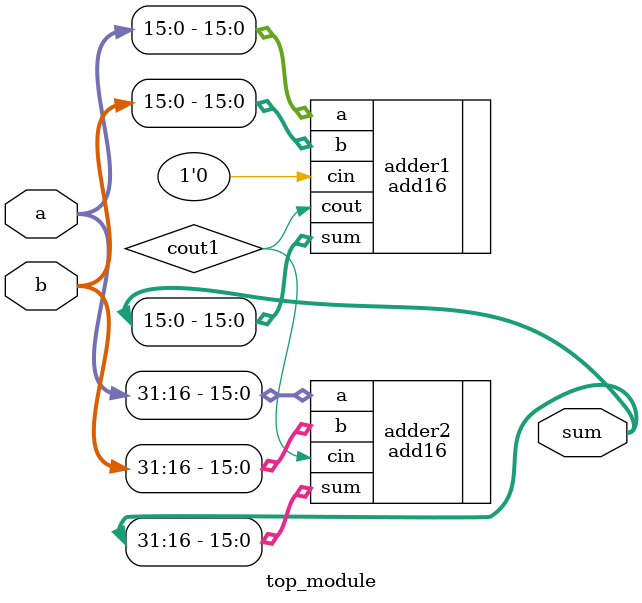
<source format=v>
module top_module(
    input [31:0] a,
    input [31:0] b,
    output [31:0] sum
);
    wire cout1;
    add16 adder1(.a(a[15:0]), .b(b[15:0]),.sum(sum[15:0]), .cin(1'b0), .cout(cout1)); 
    add16 adder2(.a(a[31:16]),.b(b[31:16]), .sum(sum[31:16]), .cin(cout1)); 

endmodule
</source>
